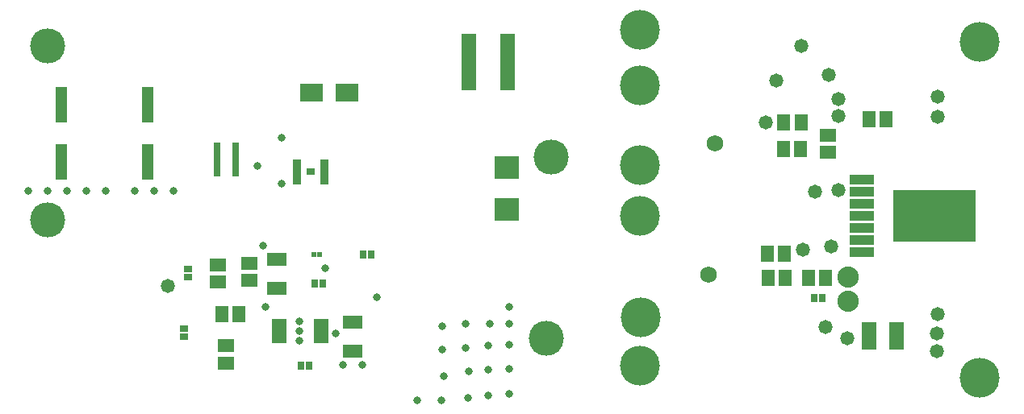
<source format=gts>
G04*
G04 #@! TF.GenerationSoftware,Altium Limited,Altium Designer,19.1.1 (5)*
G04*
G04 Layer_Color=8388736*
%FSLAX25Y25*%
%MOIN*%
G70*
G01*
G75*
%ADD46R,0.03000X0.03200*%
%ADD47R,0.07900X0.05200*%
%ADD48R,0.06500X0.05200*%
%ADD49R,0.03200X0.03000*%
%ADD50R,0.05200X0.06500*%
%ADD51R,0.03000X0.14000*%
%ADD52R,0.09900X0.09700*%
%ADD53R,0.09400X0.07200*%
%ADD54R,0.03280X0.02769*%
%ADD55R,0.06400X0.23200*%
%ADD56R,0.05100X0.14800*%
%ADD57R,0.02200X0.02100*%
%ADD58R,0.06200X0.02100*%
%ADD59R,0.34400X0.21800*%
%ADD60R,0.10300X0.04300*%
%ADD61R,0.05918X0.11430*%
%ADD62C,0.03300*%
%ADD63C,0.14500*%
%ADD64C,0.05800*%
%ADD65C,0.16500*%
%ADD66C,0.03600*%
%ADD67C,0.06800*%
%ADD68C,0.08800*%
D46*
X228850Y344300D02*
D03*
X225550D02*
D03*
X231150Y378300D02*
D03*
X234450D02*
D03*
X254650Y390300D02*
D03*
X251350D02*
D03*
X440800Y372210D02*
D03*
X437500D02*
D03*
D47*
X246800Y350400D02*
D03*
Y362200D02*
D03*
X215500Y388100D02*
D03*
Y376300D02*
D03*
D48*
X204200Y379450D02*
D03*
Y386550D02*
D03*
X191300Y385950D02*
D03*
Y378850D02*
D03*
X194600Y352450D02*
D03*
Y345350D02*
D03*
X443200Y432560D02*
D03*
Y439660D02*
D03*
D49*
X178900Y384250D02*
D03*
Y380950D02*
D03*
X177200Y359650D02*
D03*
Y356350D02*
D03*
D50*
X192950Y365700D02*
D03*
X200050D02*
D03*
X432150Y445010D02*
D03*
X425050D02*
D03*
X424850Y434010D02*
D03*
X431950D02*
D03*
X435250Y380610D02*
D03*
X442350D02*
D03*
X418650D02*
D03*
X425750D02*
D03*
X467400Y446210D02*
D03*
X460300D02*
D03*
X425250Y390510D02*
D03*
X418150D02*
D03*
D51*
X198550Y429500D02*
D03*
X191050D02*
D03*
D52*
X310500Y409000D02*
D03*
Y426100D02*
D03*
D53*
X244700Y457200D02*
D03*
X230100D02*
D03*
D54*
X229700Y424500D02*
D03*
X235350Y428339D02*
D03*
X235350Y425779D02*
D03*
Y423220D02*
D03*
X235350Y420661D02*
D03*
X224050D02*
D03*
X224050Y423220D02*
D03*
Y425779D02*
D03*
X224050Y428339D02*
D03*
D55*
X295050Y470000D02*
D03*
X310950D02*
D03*
D56*
X162200Y452100D02*
D03*
Y428700D02*
D03*
X126600Y452100D02*
D03*
Y428700D02*
D03*
D57*
X233250Y390100D02*
D03*
X230950D02*
D03*
D58*
X216550Y362537D02*
D03*
Y360568D02*
D03*
Y358600D02*
D03*
Y356631D02*
D03*
Y354663D02*
D03*
X233850D02*
D03*
Y356631D02*
D03*
Y358600D02*
D03*
Y360568D02*
D03*
Y362537D02*
D03*
D59*
X487375Y406310D02*
D03*
D60*
X457375Y391310D02*
D03*
Y396310D02*
D03*
Y401310D02*
D03*
Y406310D02*
D03*
Y411310D02*
D03*
Y416310D02*
D03*
Y421310D02*
D03*
D61*
X471717Y356710D02*
D03*
X460300D02*
D03*
D62*
X217500Y419500D02*
D03*
X207500Y427000D02*
D03*
X243000Y344500D02*
D03*
X251000D02*
D03*
X157000Y416500D02*
D03*
X145000D02*
D03*
X137000D02*
D03*
X129000D02*
D03*
X121000D02*
D03*
X113000D02*
D03*
X311500Y361500D02*
D03*
Y343000D02*
D03*
Y332500D02*
D03*
Y368500D02*
D03*
Y353000D02*
D03*
X303500Y361500D02*
D03*
X303000Y352500D02*
D03*
Y342500D02*
D03*
Y332000D02*
D03*
X293500Y361500D02*
D03*
Y351500D02*
D03*
X295000Y342000D02*
D03*
X294500Y331000D02*
D03*
X284000Y360500D02*
D03*
Y351000D02*
D03*
X284500Y340000D02*
D03*
X283500Y330000D02*
D03*
X273500D02*
D03*
X173000Y416500D02*
D03*
X165000D02*
D03*
X257000Y372500D02*
D03*
X235500Y384500D02*
D03*
X211000Y368500D02*
D03*
X240000Y357500D02*
D03*
X217500Y438500D02*
D03*
X209900Y393900D02*
D03*
X225000Y362500D02*
D03*
Y358500D02*
D03*
Y354500D02*
D03*
D63*
X121000Y404500D02*
D03*
Y476500D02*
D03*
X329000Y430500D02*
D03*
X327000Y355500D02*
D03*
D64*
X170600Y377200D02*
D03*
X442300Y360210D02*
D03*
X447500Y416910D02*
D03*
X433100Y392110D02*
D03*
X488400Y357710D02*
D03*
X417500Y444910D02*
D03*
X488500Y365610D02*
D03*
X488400Y350210D02*
D03*
X451300Y355710D02*
D03*
X488700Y455510D02*
D03*
Y447410D02*
D03*
X447700Y447510D02*
D03*
X443600Y464710D02*
D03*
X422000Y462410D02*
D03*
X447700Y454510D02*
D03*
X432200Y476510D02*
D03*
X444700Y393510D02*
D03*
X438000Y416410D02*
D03*
D65*
X365500Y344410D02*
D03*
X366000Y364410D02*
D03*
X365500Y483410D02*
D03*
X506000Y339410D02*
D03*
X365500Y460410D02*
D03*
Y406410D02*
D03*
X506000Y478410D02*
D03*
X365500Y427410D02*
D03*
D66*
X498800Y404210D02*
D03*
X490800D02*
D03*
X482800Y403710D02*
D03*
X474300D02*
D03*
X474800Y408710D02*
D03*
X482800Y409210D02*
D03*
X490300D02*
D03*
X498300D02*
D03*
X482500Y398410D02*
D03*
X490500D02*
D03*
X498500Y414410D02*
D03*
X474500D02*
D03*
X482500D02*
D03*
X498500Y398410D02*
D03*
X490500Y414410D02*
D03*
X474500Y398410D02*
D03*
D67*
X394000Y382010D02*
D03*
X396500Y436310D02*
D03*
D68*
X451500Y370910D02*
D03*
Y380910D02*
D03*
M02*

</source>
